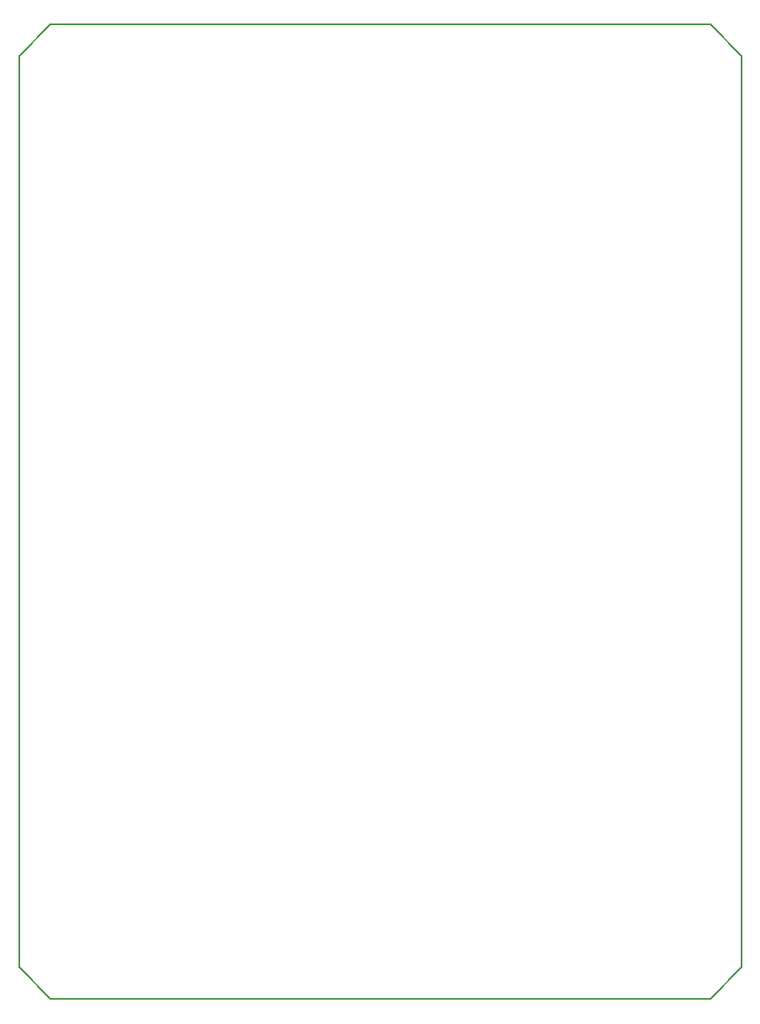
<source format=gbr>
G04 #@! TF.GenerationSoftware,KiCad,Pcbnew,5.0.0-rc2-dev-unknown-0f0d9af~63~ubuntu16.04.1*
G04 #@! TF.CreationDate,2018-03-29T12:16:37-07:00*
G04 #@! TF.ProjectId,mojoback_sram,6D6F6A6F6261636B5F7372616D2E6B69,rev?*
G04 #@! TF.SameCoordinates,Original*
G04 #@! TF.FileFunction,Profile,NP*
%FSLAX46Y46*%
G04 Gerber Fmt 4.6, Leading zero omitted, Abs format (unit mm)*
G04 Created by KiCad (PCBNEW 5.0.0-rc2-dev-unknown-0f0d9af~63~ubuntu16.04.1) date Thu Mar 29 12:16:37 2018*
%MOMM*%
%LPD*%
G01*
G04 APERTURE LIST*
%ADD10C,0.150000*%
G04 APERTURE END LIST*
D10*
X77470000Y-130175000D02*
X77470000Y-38100000D01*
X80645000Y-133350000D02*
X77470000Y-130175000D01*
X147320000Y-133350000D02*
X80645000Y-133350000D01*
X150495000Y-130175000D02*
X147320000Y-133350000D01*
X150495000Y-38100000D02*
X150495000Y-130175000D01*
X147320000Y-34925000D02*
X150495000Y-38100000D01*
X80645000Y-34925000D02*
X147320000Y-34925000D01*
X77470000Y-38100000D02*
X80645000Y-34925000D01*
M02*

</source>
